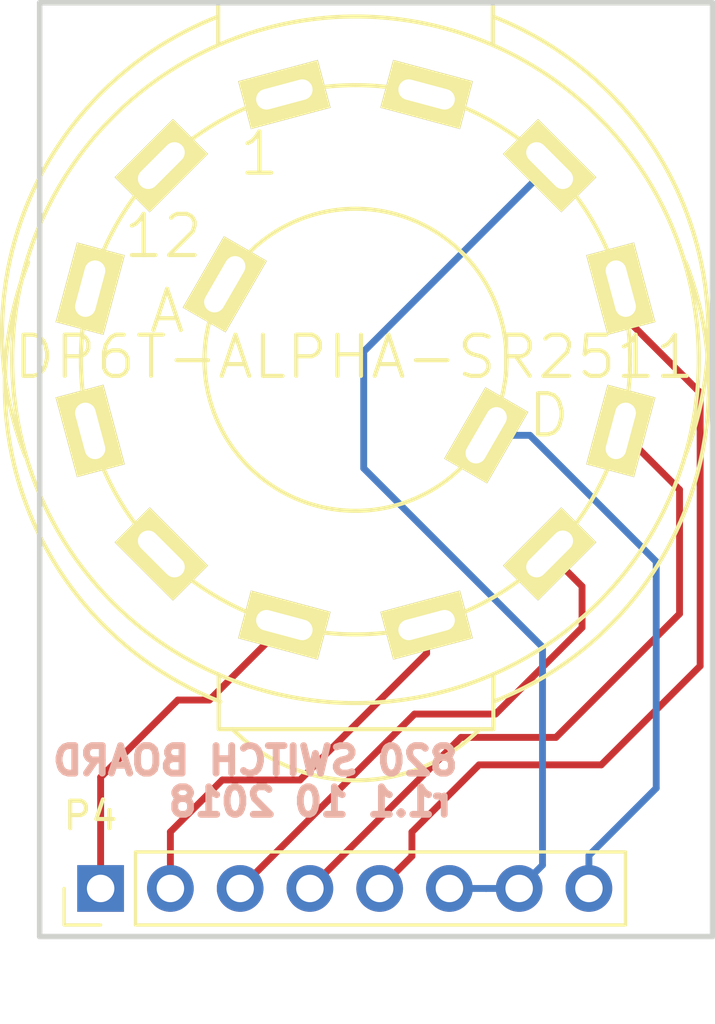
<source format=kicad_pcb>
(kicad_pcb (version 4) (host pcbnew 4.0.2-stable)

  (general
    (links 8)
    (no_connects 0)
    (area 39.549999 41.799999 64.250001 76.000001)
    (thickness 1.6)
    (drawings 12)
    (tracks 40)
    (zones 0)
    (modules 2)
    (nets 8)
  )

  (page A4)
  (layers
    (0 F.Cu signal)
    (31 B.Cu signal)
    (32 B.Adhes user)
    (33 F.Adhes user)
    (34 B.Paste user)
    (35 F.Paste user)
    (36 B.SilkS user)
    (37 F.SilkS user)
    (38 B.Mask user)
    (39 F.Mask user)
    (40 Dwgs.User user)
    (41 Cmts.User user)
    (42 Eco1.User user)
    (43 Eco2.User user)
    (44 Edge.Cuts user)
    (45 Margin user)
    (46 B.CrtYd user)
    (47 F.CrtYd user)
    (48 B.Fab user)
    (49 F.Fab user)
  )

  (setup
    (last_trace_width 0.25)
    (user_trace_width 0.25)
    (user_trace_width 0.35)
    (user_trace_width 0.5)
    (user_trace_width 0.8)
    (user_trace_width 1)
    (user_trace_width 0.25)
    (user_trace_width 0.4)
    (user_trace_width 0.6)
    (user_trace_width 0.8)
    (user_trace_width 1)
    (user_trace_width 2)
    (trace_clearance 0.2)
    (zone_clearance 0.254)
    (zone_45_only yes)
    (trace_min 0.2)
    (segment_width 0.2)
    (edge_width 0.2)
    (via_size 0.8)
    (via_drill 0.4)
    (via_min_size 0.4)
    (via_min_drill 0.3)
    (uvia_size 0.3)
    (uvia_drill 0.1)
    (uvias_allowed no)
    (uvia_min_size 0.2)
    (uvia_min_drill 0.1)
    (pcb_text_width 0.3)
    (pcb_text_size 1.5 1.5)
    (mod_edge_width 0.15)
    (mod_text_size 1 1)
    (mod_text_width 0.15)
    (pad_size 1 1)
    (pad_drill 1)
    (pad_to_mask_clearance 0.05)
    (pad_to_paste_clearance -0.05)
    (aux_axis_origin 0 0)
    (visible_elements 7FFEF7FF)
    (pcbplotparams
      (layerselection 0x010f0_80000001)
      (usegerberextensions true)
      (excludeedgelayer true)
      (linewidth 0.200000)
      (plotframeref false)
      (viasonmask false)
      (mode 1)
      (useauxorigin false)
      (hpglpennumber 1)
      (hpglpenspeed 20)
      (hpglpendiameter 15)
      (hpglpenoverlay 2)
      (psnegative false)
      (psa4output false)
      (plotreference true)
      (plotvalue false)
      (plotinvisibletext false)
      (padsonsilk false)
      (subtractmaskfromsilk true)
      (outputformat 1)
      (mirror false)
      (drillshape 0)
      (scaleselection 1)
      (outputdirectory Gerbers/))
  )

  (net 0 "")
  (net 1 "Net-(P4-Pad1)")
  (net 2 "Net-(P4-Pad2)")
  (net 3 "Net-(P4-Pad3)")
  (net 4 "Net-(P4-Pad4)")
  (net 5 "Net-(P4-Pad5)")
  (net 6 "Net-(P4-Pad6)")
  (net 7 "Net-(P4-Pad8)")

  (net_class Default "This is the default net class."
    (clearance 0.2)
    (trace_width 0.25)
    (via_dia 0.8)
    (via_drill 0.4)
    (uvia_dia 0.3)
    (uvia_drill 0.1)
    (add_net "Net-(P4-Pad1)")
    (add_net "Net-(P4-Pad2)")
    (add_net "Net-(P4-Pad3)")
    (add_net "Net-(P4-Pad4)")
    (add_net "Net-(P4-Pad5)")
    (add_net "Net-(P4-Pad6)")
    (add_net "Net-(P4-Pad8)")
  )

  (net_class POWER ""
    (clearance 0.2)
    (trace_width 0.35)
    (via_dia 0.9)
    (via_drill 0.45)
    (uvia_dia 0.3)
    (uvia_drill 0.1)
  )

  (module MyModules:SR2511-ALPHA (layer F.Cu) (tedit 5B84ACDB) (tstamp 5B515924)
    (at 51.15 54.9)
    (path /5B4133B9)
    (fp_text reference SW2 (at -0.15 0.1) (layer F.SilkS) hide
      (effects (font (size 1.5 1.5) (thickness 0.15)))
    )
    (fp_text value DP6T-ALPHA-SR2511 (at -0.05 -0.1) (layer F.SilkS)
      (effects (font (size 1.5 1.5) (thickness 0.15)))
    )
    (fp_circle (center 0 0) (end 0 -5.5) (layer F.SilkS) (width 0.15))
    (fp_text user 12 (at -7 -4.5) (layer F.SilkS)
      (effects (font (size 1.5 1.5) (thickness 0.15)))
    )
    (fp_text user 1 (at -3.5 -7.5) (layer F.SilkS)
      (effects (font (size 1.5 1.5) (thickness 0.15)))
    )
    (fp_text user D (at 7.04 2.03) (layer F.SilkS)
      (effects (font (size 1.5 1.5) (thickness 0.15)))
    )
    (fp_text user A (at -6.86 -1.77) (layer F.SilkS)
      (effects (font (size 1.5 1.5) (thickness 0.15)))
    )
    (fp_line (start -4.98 13.45) (end 5.02 13.45) (layer F.SilkS) (width 0.15))
    (fp_line (start -4.98 13.45) (end -4.98 11.45) (layer F.SilkS) (width 0.15))
    (fp_line (start 5.02 13.45) (end 5.02 11.45) (layer F.SilkS) (width 0.15))
    (fp_arc (start 0.02 8.95) (end -4.48 13.45) (angle -90) (layer F.SilkS) (width 0.15))
    (fp_arc (start 0.52 0.95) (end 5.02 12.45) (angle -90) (layer F.SilkS) (width 0.15))
    (fp_arc (start -0.42 0.95) (end -4.92 12.45) (angle 90) (layer F.SilkS) (width 0.15))
    (fp_arc (start -0.52 -0.99) (end -5.02 -12.49) (angle -90) (layer F.SilkS) (width 0.15))
    (fp_arc (start 0.5 -1) (end 5 -12.5) (angle 90) (layer F.SilkS) (width 0.15))
    (fp_line (start 5 -13) (end 5 -11.5) (layer F.SilkS) (width 0.15))
    (fp_line (start -5 -13) (end -5 -11.5) (layer F.SilkS) (width 0.15))
    (fp_circle (center 0 0) (end 12.5 0) (layer F.SilkS) (width 0.15))
    (fp_circle (center 0 0) (end 0 -10) (layer F.SilkS) (width 0.15))
    (pad 1 thru_hole rect (at -2.59 -9.66 15) (size 3 1.8) (drill oval 2.1 0.75) (layers *.Cu *.Mask F.SilkS))
    (pad 12 thru_hole rect (at -7.07 -7.07 45) (size 3 1.8) (drill oval 2.1 0.75) (layers *.Cu *.Mask F.SilkS))
    (pad 11 thru_hole rect (at -9.66 -2.59 75) (size 3 1.8) (drill oval 2.1 0.75) (layers *.Cu *.Mask F.SilkS))
    (pad 10 thru_hole rect (at -9.66 2.59 285) (size 3 1.8) (drill oval 2.1 0.75) (layers *.Cu *.Mask F.SilkS))
    (pad 9 thru_hole rect (at -7.07 7.07 315) (size 3 1.8) (drill oval 2.1 0.75) (layers *.Cu *.Mask F.SilkS))
    (pad 8 thru_hole rect (at -2.59 9.66 345) (size 3 1.8) (drill oval 2.1 0.75) (layers *.Cu *.Mask F.SilkS)
      (net 1 "Net-(P4-Pad1)"))
    (pad D thru_hole rect (at 4.76 2.75 60) (size 3 1.8) (drill oval 2.25 0.75) (layers *.Cu *.Mask F.SilkS)
      (net 7 "Net-(P4-Pad8)"))
    (pad A thru_hole rect (at -4.76 -2.75 60) (size 3 1.8) (drill oval 2.25 0.75) (layers *.Cu *.Mask F.SilkS))
    (pad 2 thru_hole rect (at 2.59 -9.66 345) (size 3 1.8) (drill oval 2.1 0.75) (layers *.Cu *.Mask F.SilkS))
    (pad 3 thru_hole rect (at 7.07 -7.07 315) (size 3 1.8) (drill oval 2.1 0.75) (layers *.Cu *.Mask F.SilkS)
      (net 6 "Net-(P4-Pad6)"))
    (pad 4 thru_hole rect (at 9.66 -2.59 285) (size 3 1.8) (drill oval 2.1 0.75) (layers *.Cu *.Mask F.SilkS)
      (net 5 "Net-(P4-Pad5)"))
    (pad 5 thru_hole rect (at 9.66 2.59 75) (size 3 1.8) (drill oval 2.1 0.75) (layers *.Cu *.Mask F.SilkS)
      (net 4 "Net-(P4-Pad4)"))
    (pad 6 thru_hole rect (at 7.07 7.07 45) (size 3 1.8) (drill oval 2.1 0.75) (layers *.Cu *.Mask F.SilkS)
      (net 3 "Net-(P4-Pad3)"))
    (pad 7 thru_hole rect (at 2.59 9.66 15) (size 3 1.8) (drill oval 2.1 0.75) (layers *.Cu *.Mask F.SilkS)
      (net 2 "Net-(P4-Pad2)"))
  )

  (module Pin_Headers:Pin_Header_Straight_1x08_Pitch2.54mm (layer F.Cu) (tedit 5B84ACC1) (tstamp 5B515642)
    (at 41.87 74.15 90)
    (descr "Through hole straight pin header, 1x08, 2.54mm pitch, single row")
    (tags "Through hole pin header THT 1x08 2.54mm single row")
    (path /5B4134CF)
    (fp_text reference P4 (at 2.65 -0.37 180) (layer F.SilkS)
      (effects (font (size 1 1) (thickness 0.15)))
    )
    (fp_text value CONN_01X08 (at 0 20.11 90) (layer F.Fab)
      (effects (font (size 1 1) (thickness 0.15)))
    )
    (fp_line (start -0.635 -1.27) (end 1.27 -1.27) (layer F.Fab) (width 0.1))
    (fp_line (start 1.27 -1.27) (end 1.27 19.05) (layer F.Fab) (width 0.1))
    (fp_line (start 1.27 19.05) (end -1.27 19.05) (layer F.Fab) (width 0.1))
    (fp_line (start -1.27 19.05) (end -1.27 -0.635) (layer F.Fab) (width 0.1))
    (fp_line (start -1.27 -0.635) (end -0.635 -1.27) (layer F.Fab) (width 0.1))
    (fp_line (start -1.33 19.11) (end 1.33 19.11) (layer F.SilkS) (width 0.12))
    (fp_line (start -1.33 1.27) (end -1.33 19.11) (layer F.SilkS) (width 0.12))
    (fp_line (start 1.33 1.27) (end 1.33 19.11) (layer F.SilkS) (width 0.12))
    (fp_line (start -1.33 1.27) (end 1.33 1.27) (layer F.SilkS) (width 0.12))
    (fp_line (start -1.33 0) (end -1.33 -1.33) (layer F.SilkS) (width 0.12))
    (fp_line (start -1.33 -1.33) (end 0 -1.33) (layer F.SilkS) (width 0.12))
    (fp_line (start -1.8 -1.8) (end -1.8 19.55) (layer F.CrtYd) (width 0.05))
    (fp_line (start -1.8 19.55) (end 1.8 19.55) (layer F.CrtYd) (width 0.05))
    (fp_line (start 1.8 19.55) (end 1.8 -1.8) (layer F.CrtYd) (width 0.05))
    (fp_line (start 1.8 -1.8) (end -1.8 -1.8) (layer F.CrtYd) (width 0.05))
    (fp_text user %R (at 0 8.89 180) (layer F.Fab)
      (effects (font (size 1 1) (thickness 0.15)))
    )
    (pad 1 thru_hole rect (at 0 0 90) (size 1.7 1.7) (drill 1) (layers *.Cu *.Mask)
      (net 1 "Net-(P4-Pad1)"))
    (pad 2 thru_hole oval (at 0 2.54 90) (size 1.7 1.7) (drill 1) (layers *.Cu *.Mask)
      (net 2 "Net-(P4-Pad2)"))
    (pad 3 thru_hole oval (at 0 5.08 90) (size 1.7 1.7) (drill 1) (layers *.Cu *.Mask)
      (net 3 "Net-(P4-Pad3)"))
    (pad 4 thru_hole oval (at 0 7.62 90) (size 1.7 1.7) (drill 1) (layers *.Cu *.Mask)
      (net 4 "Net-(P4-Pad4)"))
    (pad 5 thru_hole oval (at 0 10.16 90) (size 1.7 1.7) (drill 1) (layers *.Cu *.Mask)
      (net 5 "Net-(P4-Pad5)"))
    (pad 6 thru_hole oval (at 0 12.7 90) (size 1.7 1.7) (drill 1) (layers *.Cu *.Mask)
      (net 6 "Net-(P4-Pad6)"))
    (pad 7 thru_hole oval (at 0 15.24 90) (size 1.7 1.7) (drill 1) (layers *.Cu *.Mask)
      (net 6 "Net-(P4-Pad6)"))
    (pad 8 thru_hole oval (at 0 17.78 90) (size 1.7 1.7) (drill 1) (layers *.Cu *.Mask)
      (net 7 "Net-(P4-Pad8)"))
    (model ${KISYS3DMOD}/Pin_Headers.3dshapes/Pin_Header_Straight_1x08_Pitch2.54mm.wrl
      (at (xyz 0 0 0))
      (scale (xyz 1 1 1))
      (rotate (xyz 0 0 0))
    )
  )

  (gr_text "r1.1 10 2018" (at 49.5 71) (layer B.SilkS) (tstamp 5B84AEAE)
    (effects (font (size 1 1) (thickness 0.25)) (justify mirror))
  )
  (gr_text "820 SWITCH BOARD" (at 47.5 69.5) (layer B.SilkS)
    (effects (font (size 1 1) (thickness 0.25)) (justify mirror))
  )
  (gr_line (start 50.65 54.9) (end 51.65 54.9) (angle 90) (layer Eco1.User) (width 0.2))
  (gr_line (start 51.15 54.4) (end 51.15 55.4) (angle 90) (layer Eco1.User) (width 0.2))
  (gr_line (start 64.15 46.9) (end 64.15 75.9) (layer Edge.Cuts) (width 0.2) (tstamp 59FE3CB9))
  (gr_line (start 39.65 41.9) (end 64.15 41.9) (layer Edge.Cuts) (width 0.2))
  (gr_line (start 39.65 75.9) (end 39.65 41.9) (layer Edge.Cuts) (width 0.2))
  (gr_line (start 39.65 75.9) (end 64.15 75.9) (layer Edge.Cuts) (width 0.2) (tstamp 59FCF44A))
  (gr_line (start 64.15 46.9) (end 64.15 41.9) (layer Edge.Cuts) (width 0.2))
  (gr_line (start 51.151092 61.904457) (end 51.151092 57.904457) (layer Eco1.User) (width 0.1))
  (gr_line (start 49.151091 59.904457) (end 53.151091 59.904457) (layer Eco1.User) (width 0.1))
  (gr_line (start 39.651101 46.953581) (end 39.651101 46.953581) (layer Eco1.User) (width 0.1))

  (segment (start 41.87 74.15) (end 41.87 70.1) (width 0.25) (layer F.Cu) (net 1))
  (segment (start 41.87 70.1) (end 44.68 67.29) (width 0.25) (layer F.Cu) (net 1))
  (segment (start 44.68 67.29) (end 45.83 67.29) (width 0.25) (layer F.Cu) (net 1))
  (segment (start 45.83 67.29) (end 48.56 64.56) (width 0.25) (layer F.Cu) (net 1))
  (segment (start 46.3 70.2) (end 44.41 72.09) (width 0.25) (layer F.Cu) (net 2))
  (segment (start 44.41 72.09) (end 44.41 74.15) (width 0.25) (layer F.Cu) (net 2))
  (segment (start 49.131748 70.2) (end 46.3 70.2) (width 0.25) (layer F.Cu) (net 2))
  (segment (start 53.74 64.56) (end 53.74 65.591748) (width 0.25) (layer F.Cu) (net 2))
  (segment (start 53.74 65.591748) (end 49.131748 70.2) (width 0.25) (layer F.Cu) (net 2))
  (segment (start 59.4 64.65) (end 59.4 63.15) (width 0.25) (layer F.Cu) (net 3))
  (segment (start 59.4 63.15) (end 58.22 61.97) (width 0.25) (layer F.Cu) (net 3))
  (segment (start 56.25 67.8) (end 59.4 64.65) (width 0.25) (layer F.Cu) (net 3))
  (segment (start 53.3 67.8) (end 56.25 67.8) (width 0.25) (layer F.Cu) (net 3))
  (segment (start 46.95 74.15) (end 53.3 67.8) (width 0.25) (layer F.Cu) (net 3))
  (segment (start 49.49 74.15) (end 54.99 68.65) (width 0.25) (layer F.Cu) (net 4))
  (segment (start 54.99 68.65) (end 58.45 68.65) (width 0.25) (layer F.Cu) (net 4))
  (segment (start 58.45 68.65) (end 62.95 64.15) (width 0.25) (layer F.Cu) (net 4))
  (segment (start 62.95 64.15) (end 62.95 59.63) (width 0.25) (layer F.Cu) (net 4))
  (segment (start 62.95 59.63) (end 62.35 59.03) (width 0.25) (layer F.Cu) (net 4))
  (segment (start 62.35 59.03) (end 60.81 57.49) (width 0.25) (layer F.Cu) (net 4))
  (segment (start 52.03 74.15) (end 53.205001 72.974999) (width 0.25) (layer F.Cu) (net 5))
  (segment (start 60.1 69.65) (end 63.7 66.05) (width 0.25) (layer F.Cu) (net 5))
  (segment (start 53.205001 72.974999) (end 53.205001 72.094999) (width 0.25) (layer F.Cu) (net 5))
  (segment (start 53.205001 72.094999) (end 55.65 69.65) (width 0.25) (layer F.Cu) (net 5))
  (segment (start 55.65 69.65) (end 60.1 69.65) (width 0.25) (layer F.Cu) (net 5))
  (segment (start 63.7 66.05) (end 63.7 56.1) (width 0.25) (layer F.Cu) (net 5))
  (segment (start 63.7 56.1) (end 60.81 53.21) (width 0.25) (layer F.Cu) (net 5))
  (segment (start 60.81 53.21) (end 60.81 52.31) (width 0.25) (layer F.Cu) (net 5))
  (segment (start 51.45 58.85) (end 51.45 54.6) (width 0.25) (layer B.Cu) (net 6))
  (segment (start 51.45 54.6) (end 58.22 47.83) (width 0.25) (layer B.Cu) (net 6))
  (segment (start 57.959999 65.359999) (end 51.45 58.85) (width 0.25) (layer B.Cu) (net 6))
  (segment (start 57.11 74.15) (end 57.959999 73.300001) (width 0.25) (layer B.Cu) (net 6))
  (segment (start 57.959999 73.300001) (end 57.959999 65.359999) (width 0.25) (layer B.Cu) (net 6))
  (segment (start 57.11 74.15) (end 55.907919 74.15) (width 0.25) (layer B.Cu) (net 6))
  (segment (start 55.907919 74.15) (end 54.57 74.15) (width 0.25) (layer B.Cu) (net 6))
  (segment (start 62.1 62.25) (end 57.5 57.65) (width 0.25) (layer B.Cu) (net 7))
  (segment (start 57.5 57.65) (end 55.91 57.65) (width 0.25) (layer B.Cu) (net 7))
  (segment (start 62.1 70.497919) (end 62.1 62.25) (width 0.25) (layer B.Cu) (net 7))
  (segment (start 59.65 74.15) (end 59.65 72.947919) (width 0.25) (layer B.Cu) (net 7))
  (segment (start 59.65 72.947919) (end 62.1 70.497919) (width 0.25) (layer B.Cu) (net 7))

)

</source>
